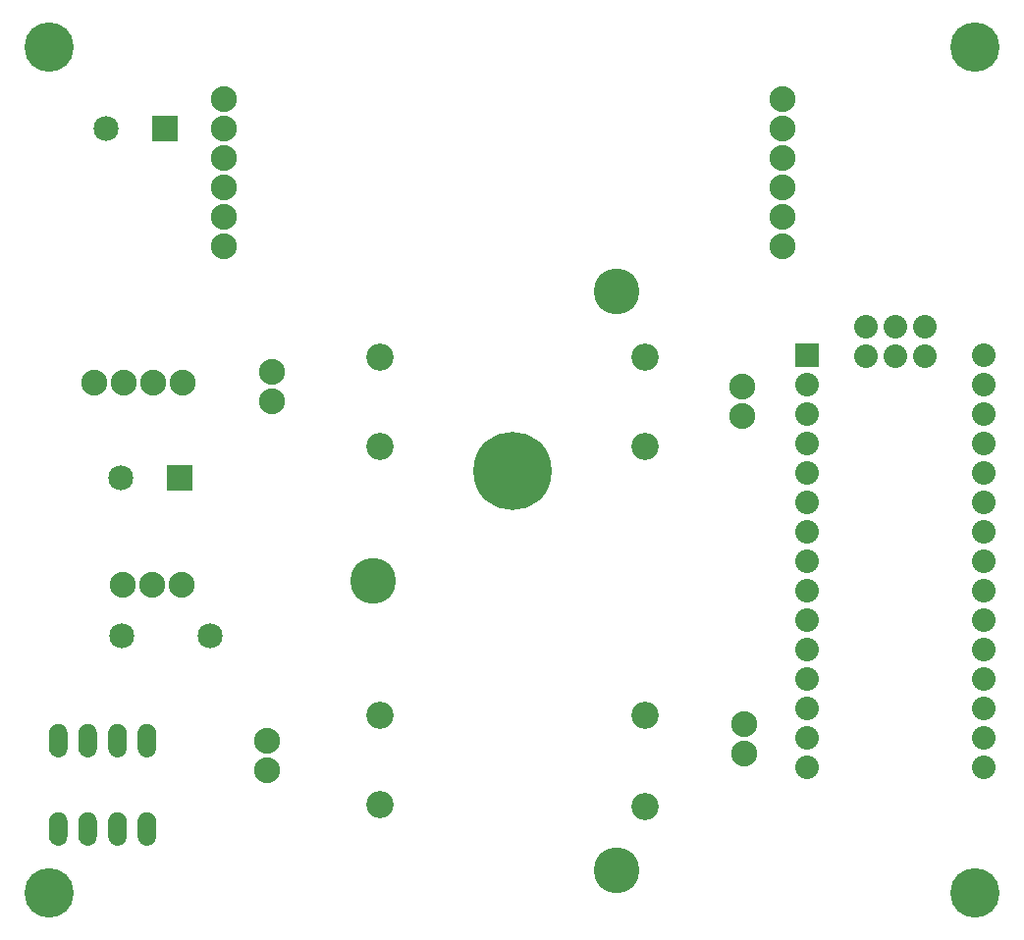
<source format=gts>
G04 MADE WITH FRITZING*
G04 WWW.FRITZING.ORG*
G04 DOUBLE SIDED*
G04 HOLES PLATED*
G04 CONTOUR ON CENTER OF CONTOUR VECTOR*
%ASAXBY*%
%FSLAX23Y23*%
%MOIN*%
%OFA0B0*%
%SFA1.0B1.0*%
%ADD10C,0.062000*%
%ADD11C,0.085000*%
%ADD12C,0.128110*%
%ADD13C,0.167480*%
%ADD14C,0.092677*%
%ADD15C,0.265905*%
%ADD16C,0.155669*%
%ADD17C,0.214724*%
%ADD18C,0.080000*%
%ADD19C,0.088000*%
%ADD20R,0.079958X0.080000*%
%ADD21R,0.085000X0.085000*%
%ADD22R,0.001000X0.001000*%
%LNMASK1*%
G90*
G70*
G54D10*
X431Y415D03*
X531Y415D03*
X531Y715D03*
X431Y715D03*
X431Y415D03*
X531Y415D03*
X531Y715D03*
X431Y715D03*
X230Y415D03*
X330Y415D03*
X330Y715D03*
X230Y715D03*
X230Y415D03*
X330Y415D03*
X330Y715D03*
X230Y715D03*
G54D11*
X744Y1072D03*
X444Y1072D03*
G54D12*
X1301Y1262D03*
X2127Y2244D03*
X2127Y276D03*
G54D13*
X198Y199D03*
X3343Y3073D03*
X198Y3073D03*
X3343Y199D03*
G54D14*
X1322Y2020D03*
X1322Y1717D03*
X2222Y1717D03*
X2222Y2020D03*
X2222Y491D03*
X2222Y802D03*
X1322Y802D03*
X1322Y499D03*
G54D15*
X1772Y1633D03*
G54D16*
X2126Y2244D03*
X1299Y1259D03*
X2126Y275D03*
G54D14*
X1322Y2020D03*
X1322Y1717D03*
X2222Y1717D03*
X2222Y2020D03*
X2222Y491D03*
X2222Y802D03*
X1322Y802D03*
X1322Y499D03*
G54D15*
X1772Y1633D03*
G54D16*
X2126Y2244D03*
X1299Y1259D03*
X2126Y275D03*
G54D17*
X1772Y1634D03*
G54D18*
X2772Y2027D03*
X2772Y1927D03*
X2772Y1827D03*
X2772Y1727D03*
X2772Y1627D03*
X2772Y1527D03*
X2772Y1427D03*
X2772Y1327D03*
X2772Y1227D03*
X2772Y1127D03*
X2772Y1027D03*
X2772Y927D03*
X2772Y827D03*
X2772Y727D03*
X2772Y627D03*
X3372Y2027D03*
X3372Y1927D03*
X3372Y1827D03*
X3372Y1727D03*
X3372Y1627D03*
X3372Y1527D03*
X3372Y1427D03*
X3372Y1327D03*
X3372Y1227D03*
X3372Y1127D03*
X3372Y1027D03*
X3372Y927D03*
X3372Y827D03*
X3372Y727D03*
X3372Y627D03*
X2972Y2122D03*
X2972Y2022D03*
X3072Y2122D03*
X3072Y2022D03*
X3172Y2122D03*
X3172Y2022D03*
G54D19*
X791Y2895D03*
X791Y2795D03*
X791Y2695D03*
X791Y2595D03*
X791Y2495D03*
X791Y2395D03*
X2689Y2895D03*
X2689Y2795D03*
X2689Y2695D03*
X2689Y2595D03*
X2689Y2495D03*
X2689Y2395D03*
X939Y617D03*
X939Y717D03*
X2559Y771D03*
X2559Y671D03*
X2552Y1919D03*
X2552Y1819D03*
X956Y1870D03*
X956Y1970D03*
X351Y1931D03*
X451Y1931D03*
X551Y1931D03*
X651Y1931D03*
X449Y1245D03*
X549Y1245D03*
X649Y1245D03*
G54D11*
X640Y1610D03*
X440Y1610D03*
X590Y2796D03*
X390Y2796D03*
G54D20*
X2772Y2027D03*
G54D21*
X640Y1610D03*
X590Y2796D03*
G54D22*
X224Y773D02*
X234Y773D01*
X324Y773D02*
X334Y773D01*
X426Y773D02*
X435Y773D01*
X526Y773D02*
X535Y773D01*
X220Y772D02*
X238Y772D01*
X320Y772D02*
X338Y772D01*
X422Y772D02*
X439Y772D01*
X522Y772D02*
X539Y772D01*
X218Y771D02*
X241Y771D01*
X318Y771D02*
X341Y771D01*
X419Y771D02*
X442Y771D01*
X519Y771D02*
X542Y771D01*
X216Y770D02*
X243Y770D01*
X316Y770D02*
X343Y770D01*
X417Y770D02*
X444Y770D01*
X517Y770D02*
X544Y770D01*
X214Y769D02*
X245Y769D01*
X314Y769D02*
X345Y769D01*
X415Y769D02*
X446Y769D01*
X515Y769D02*
X546Y769D01*
X212Y768D02*
X246Y768D01*
X312Y768D02*
X346Y768D01*
X413Y768D02*
X447Y768D01*
X513Y768D02*
X547Y768D01*
X211Y767D02*
X248Y767D01*
X311Y767D02*
X348Y767D01*
X412Y767D02*
X449Y767D01*
X512Y767D02*
X549Y767D01*
X209Y766D02*
X249Y766D01*
X309Y766D02*
X349Y766D01*
X411Y766D02*
X450Y766D01*
X511Y766D02*
X550Y766D01*
X208Y765D02*
X250Y765D01*
X308Y765D02*
X350Y765D01*
X410Y765D02*
X451Y765D01*
X510Y765D02*
X551Y765D01*
X207Y764D02*
X251Y764D01*
X307Y764D02*
X351Y764D01*
X409Y764D02*
X452Y764D01*
X509Y764D02*
X552Y764D01*
X206Y763D02*
X252Y763D01*
X306Y763D02*
X352Y763D01*
X408Y763D02*
X453Y763D01*
X508Y763D02*
X553Y763D01*
X206Y762D02*
X253Y762D01*
X306Y762D02*
X353Y762D01*
X407Y762D02*
X454Y762D01*
X507Y762D02*
X554Y762D01*
X205Y761D02*
X253Y761D01*
X305Y761D02*
X353Y761D01*
X406Y761D02*
X455Y761D01*
X506Y761D02*
X555Y761D01*
X204Y760D02*
X254Y760D01*
X304Y760D02*
X354Y760D01*
X405Y760D02*
X455Y760D01*
X505Y760D02*
X555Y760D01*
X204Y759D02*
X255Y759D01*
X304Y759D02*
X355Y759D01*
X405Y759D02*
X456Y759D01*
X505Y759D02*
X556Y759D01*
X203Y758D02*
X255Y758D01*
X303Y758D02*
X355Y758D01*
X404Y758D02*
X457Y758D01*
X504Y758D02*
X557Y758D01*
X202Y757D02*
X256Y757D01*
X302Y757D02*
X356Y757D01*
X404Y757D02*
X457Y757D01*
X504Y757D02*
X557Y757D01*
X202Y756D02*
X256Y756D01*
X302Y756D02*
X356Y756D01*
X403Y756D02*
X458Y756D01*
X503Y756D02*
X558Y756D01*
X201Y755D02*
X257Y755D01*
X301Y755D02*
X357Y755D01*
X403Y755D02*
X458Y755D01*
X503Y755D02*
X558Y755D01*
X201Y754D02*
X257Y754D01*
X301Y754D02*
X357Y754D01*
X402Y754D02*
X459Y754D01*
X502Y754D02*
X559Y754D01*
X201Y753D02*
X258Y753D01*
X301Y753D02*
X358Y753D01*
X402Y753D02*
X459Y753D01*
X502Y753D02*
X559Y753D01*
X200Y752D02*
X258Y752D01*
X300Y752D02*
X358Y752D01*
X402Y752D02*
X459Y752D01*
X502Y752D02*
X559Y752D01*
X200Y751D02*
X258Y751D01*
X300Y751D02*
X358Y751D01*
X401Y751D02*
X460Y751D01*
X501Y751D02*
X560Y751D01*
X200Y750D02*
X259Y750D01*
X300Y750D02*
X359Y750D01*
X401Y750D02*
X460Y750D01*
X501Y750D02*
X560Y750D01*
X199Y749D02*
X259Y749D01*
X299Y749D02*
X359Y749D01*
X401Y749D02*
X460Y749D01*
X501Y749D02*
X560Y749D01*
X199Y748D02*
X259Y748D01*
X299Y748D02*
X359Y748D01*
X400Y748D02*
X460Y748D01*
X500Y748D02*
X560Y748D01*
X199Y747D02*
X259Y747D01*
X299Y747D02*
X359Y747D01*
X400Y747D02*
X461Y747D01*
X500Y747D02*
X561Y747D01*
X199Y746D02*
X259Y746D01*
X299Y746D02*
X359Y746D01*
X400Y746D02*
X461Y746D01*
X500Y746D02*
X561Y746D01*
X199Y745D02*
X260Y745D01*
X299Y745D02*
X360Y745D01*
X400Y745D02*
X461Y745D01*
X500Y745D02*
X561Y745D01*
X199Y744D02*
X260Y744D01*
X299Y744D02*
X360Y744D01*
X400Y744D02*
X461Y744D01*
X500Y744D02*
X561Y744D01*
X199Y743D02*
X260Y743D01*
X299Y743D02*
X360Y743D01*
X400Y743D02*
X461Y743D01*
X500Y743D02*
X561Y743D01*
X199Y742D02*
X260Y742D01*
X299Y742D02*
X360Y742D01*
X400Y742D02*
X461Y742D01*
X500Y742D02*
X561Y742D01*
X199Y741D02*
X260Y741D01*
X299Y741D02*
X360Y741D01*
X400Y741D02*
X461Y741D01*
X500Y741D02*
X561Y741D01*
X199Y740D02*
X260Y740D01*
X299Y740D02*
X360Y740D01*
X400Y740D02*
X461Y740D01*
X500Y740D02*
X561Y740D01*
X199Y739D02*
X260Y739D01*
X299Y739D02*
X360Y739D01*
X400Y739D02*
X461Y739D01*
X500Y739D02*
X561Y739D01*
X199Y738D02*
X260Y738D01*
X299Y738D02*
X360Y738D01*
X400Y738D02*
X461Y738D01*
X500Y738D02*
X561Y738D01*
X199Y737D02*
X260Y737D01*
X299Y737D02*
X360Y737D01*
X400Y737D02*
X461Y737D01*
X500Y737D02*
X561Y737D01*
X199Y736D02*
X260Y736D01*
X299Y736D02*
X360Y736D01*
X400Y736D02*
X461Y736D01*
X500Y736D02*
X561Y736D01*
X199Y735D02*
X260Y735D01*
X299Y735D02*
X360Y735D01*
X400Y735D02*
X461Y735D01*
X500Y735D02*
X561Y735D01*
X199Y734D02*
X260Y734D01*
X299Y734D02*
X360Y734D01*
X400Y734D02*
X461Y734D01*
X500Y734D02*
X561Y734D01*
X199Y733D02*
X260Y733D01*
X299Y733D02*
X360Y733D01*
X400Y733D02*
X461Y733D01*
X500Y733D02*
X561Y733D01*
X199Y732D02*
X260Y732D01*
X299Y732D02*
X360Y732D01*
X400Y732D02*
X461Y732D01*
X500Y732D02*
X561Y732D01*
X199Y731D02*
X260Y731D01*
X299Y731D02*
X360Y731D01*
X400Y731D02*
X461Y731D01*
X500Y731D02*
X561Y731D01*
X199Y730D02*
X260Y730D01*
X299Y730D02*
X360Y730D01*
X400Y730D02*
X461Y730D01*
X500Y730D02*
X561Y730D01*
X199Y729D02*
X260Y729D01*
X299Y729D02*
X360Y729D01*
X400Y729D02*
X461Y729D01*
X500Y729D02*
X561Y729D01*
X199Y728D02*
X260Y728D01*
X299Y728D02*
X360Y728D01*
X400Y728D02*
X461Y728D01*
X500Y728D02*
X561Y728D01*
X199Y727D02*
X225Y727D01*
X233Y727D02*
X260Y727D01*
X299Y727D02*
X325Y727D01*
X333Y727D02*
X360Y727D01*
X400Y727D02*
X427Y727D01*
X434Y727D02*
X461Y727D01*
X500Y727D02*
X526Y727D01*
X534Y727D02*
X561Y727D01*
X199Y726D02*
X223Y726D01*
X235Y726D02*
X260Y726D01*
X299Y726D02*
X323Y726D01*
X335Y726D02*
X360Y726D01*
X400Y726D02*
X424Y726D01*
X437Y726D02*
X461Y726D01*
X500Y726D02*
X524Y726D01*
X537Y726D02*
X561Y726D01*
X199Y725D02*
X222Y725D01*
X237Y725D02*
X260Y725D01*
X299Y725D02*
X322Y725D01*
X337Y725D02*
X360Y725D01*
X400Y725D02*
X423Y725D01*
X438Y725D02*
X461Y725D01*
X500Y725D02*
X523Y725D01*
X538Y725D02*
X561Y725D01*
X199Y724D02*
X221Y724D01*
X238Y724D02*
X260Y724D01*
X299Y724D02*
X321Y724D01*
X338Y724D02*
X360Y724D01*
X400Y724D02*
X422Y724D01*
X439Y724D02*
X461Y724D01*
X500Y724D02*
X522Y724D01*
X539Y724D02*
X561Y724D01*
X199Y723D02*
X220Y723D01*
X239Y723D02*
X260Y723D01*
X299Y723D02*
X320Y723D01*
X339Y723D02*
X360Y723D01*
X400Y723D02*
X421Y723D01*
X440Y723D02*
X461Y723D01*
X500Y723D02*
X521Y723D01*
X540Y723D02*
X561Y723D01*
X199Y722D02*
X219Y722D01*
X239Y722D02*
X260Y722D01*
X299Y722D02*
X319Y722D01*
X339Y722D02*
X360Y722D01*
X400Y722D02*
X420Y722D01*
X441Y722D02*
X461Y722D01*
X500Y722D02*
X520Y722D01*
X540Y722D02*
X561Y722D01*
X199Y721D02*
X219Y721D01*
X240Y721D02*
X260Y721D01*
X299Y721D02*
X319Y721D01*
X340Y721D02*
X360Y721D01*
X400Y721D02*
X420Y721D01*
X441Y721D02*
X461Y721D01*
X500Y721D02*
X520Y721D01*
X541Y721D02*
X561Y721D01*
X199Y720D02*
X218Y720D01*
X240Y720D02*
X260Y720D01*
X299Y720D02*
X318Y720D01*
X340Y720D02*
X360Y720D01*
X400Y720D02*
X419Y720D01*
X441Y720D02*
X461Y720D01*
X500Y720D02*
X519Y720D01*
X541Y720D02*
X561Y720D01*
X199Y719D02*
X218Y719D01*
X240Y719D02*
X260Y719D01*
X299Y719D02*
X318Y719D01*
X340Y719D02*
X360Y719D01*
X400Y719D02*
X419Y719D01*
X442Y719D02*
X461Y719D01*
X500Y719D02*
X519Y719D01*
X542Y719D02*
X561Y719D01*
X199Y718D02*
X218Y718D01*
X241Y718D02*
X260Y718D01*
X299Y718D02*
X318Y718D01*
X341Y718D02*
X360Y718D01*
X400Y718D02*
X419Y718D01*
X442Y718D02*
X461Y718D01*
X500Y718D02*
X519Y718D01*
X542Y718D02*
X561Y718D01*
X199Y717D02*
X218Y717D01*
X241Y717D02*
X260Y717D01*
X299Y717D02*
X318Y717D01*
X341Y717D02*
X360Y717D01*
X400Y717D02*
X419Y717D01*
X442Y717D02*
X461Y717D01*
X500Y717D02*
X519Y717D01*
X542Y717D02*
X561Y717D01*
X199Y716D02*
X218Y716D01*
X241Y716D02*
X260Y716D01*
X299Y716D02*
X318Y716D01*
X341Y716D02*
X360Y716D01*
X400Y716D02*
X419Y716D01*
X442Y716D02*
X461Y716D01*
X500Y716D02*
X519Y716D01*
X542Y716D02*
X561Y716D01*
X199Y715D02*
X218Y715D01*
X241Y715D02*
X260Y715D01*
X299Y715D02*
X318Y715D01*
X341Y715D02*
X360Y715D01*
X400Y715D02*
X419Y715D01*
X442Y715D02*
X461Y715D01*
X500Y715D02*
X519Y715D01*
X542Y715D02*
X561Y715D01*
X199Y714D02*
X218Y714D01*
X240Y714D02*
X260Y714D01*
X299Y714D02*
X318Y714D01*
X340Y714D02*
X360Y714D01*
X400Y714D02*
X419Y714D01*
X442Y714D02*
X461Y714D01*
X500Y714D02*
X519Y714D01*
X542Y714D02*
X561Y714D01*
X199Y713D02*
X218Y713D01*
X240Y713D02*
X260Y713D01*
X299Y713D02*
X318Y713D01*
X340Y713D02*
X360Y713D01*
X400Y713D02*
X419Y713D01*
X441Y713D02*
X461Y713D01*
X500Y713D02*
X519Y713D01*
X541Y713D02*
X561Y713D01*
X199Y712D02*
X219Y712D01*
X240Y712D02*
X260Y712D01*
X299Y712D02*
X319Y712D01*
X340Y712D02*
X360Y712D01*
X400Y712D02*
X420Y712D01*
X441Y712D02*
X461Y712D01*
X500Y712D02*
X520Y712D01*
X541Y712D02*
X561Y712D01*
X199Y711D02*
X219Y711D01*
X239Y711D02*
X260Y711D01*
X299Y711D02*
X319Y711D01*
X339Y711D02*
X360Y711D01*
X400Y711D02*
X420Y711D01*
X440Y711D02*
X461Y711D01*
X500Y711D02*
X520Y711D01*
X540Y711D02*
X561Y711D01*
X199Y710D02*
X220Y710D01*
X238Y710D02*
X260Y710D01*
X299Y710D02*
X320Y710D01*
X338Y710D02*
X360Y710D01*
X400Y710D02*
X421Y710D01*
X440Y710D02*
X461Y710D01*
X500Y710D02*
X521Y710D01*
X540Y710D02*
X561Y710D01*
X199Y709D02*
X221Y709D01*
X238Y709D02*
X260Y709D01*
X299Y709D02*
X321Y709D01*
X338Y709D02*
X360Y709D01*
X400Y709D02*
X422Y709D01*
X439Y709D02*
X461Y709D01*
X500Y709D02*
X522Y709D01*
X539Y709D02*
X561Y709D01*
X199Y708D02*
X222Y708D01*
X237Y708D02*
X260Y708D01*
X299Y708D02*
X322Y708D01*
X337Y708D02*
X360Y708D01*
X400Y708D02*
X423Y708D01*
X438Y708D02*
X461Y708D01*
X500Y708D02*
X523Y708D01*
X538Y708D02*
X561Y708D01*
X199Y707D02*
X223Y707D01*
X235Y707D02*
X260Y707D01*
X299Y707D02*
X323Y707D01*
X335Y707D02*
X360Y707D01*
X400Y707D02*
X424Y707D01*
X436Y707D02*
X461Y707D01*
X500Y707D02*
X524Y707D01*
X536Y707D02*
X561Y707D01*
X199Y706D02*
X225Y706D01*
X233Y706D02*
X260Y706D01*
X299Y706D02*
X325Y706D01*
X333Y706D02*
X360Y706D01*
X400Y706D02*
X427Y706D01*
X434Y706D02*
X461Y706D01*
X500Y706D02*
X527Y706D01*
X534Y706D02*
X561Y706D01*
X199Y705D02*
X260Y705D01*
X299Y705D02*
X360Y705D01*
X400Y705D02*
X461Y705D01*
X500Y705D02*
X561Y705D01*
X199Y704D02*
X260Y704D01*
X299Y704D02*
X360Y704D01*
X400Y704D02*
X461Y704D01*
X500Y704D02*
X561Y704D01*
X199Y703D02*
X260Y703D01*
X299Y703D02*
X360Y703D01*
X400Y703D02*
X461Y703D01*
X500Y703D02*
X561Y703D01*
X199Y702D02*
X260Y702D01*
X299Y702D02*
X360Y702D01*
X400Y702D02*
X461Y702D01*
X500Y702D02*
X561Y702D01*
X199Y701D02*
X260Y701D01*
X299Y701D02*
X360Y701D01*
X400Y701D02*
X461Y701D01*
X500Y701D02*
X561Y701D01*
X199Y700D02*
X260Y700D01*
X299Y700D02*
X360Y700D01*
X400Y700D02*
X461Y700D01*
X500Y700D02*
X561Y700D01*
X199Y699D02*
X260Y699D01*
X299Y699D02*
X360Y699D01*
X400Y699D02*
X461Y699D01*
X500Y699D02*
X561Y699D01*
X199Y698D02*
X260Y698D01*
X299Y698D02*
X360Y698D01*
X400Y698D02*
X461Y698D01*
X500Y698D02*
X561Y698D01*
X199Y697D02*
X260Y697D01*
X299Y697D02*
X360Y697D01*
X400Y697D02*
X461Y697D01*
X500Y697D02*
X561Y697D01*
X199Y696D02*
X260Y696D01*
X299Y696D02*
X360Y696D01*
X400Y696D02*
X461Y696D01*
X500Y696D02*
X561Y696D01*
X199Y695D02*
X260Y695D01*
X299Y695D02*
X360Y695D01*
X400Y695D02*
X461Y695D01*
X500Y695D02*
X561Y695D01*
X199Y694D02*
X260Y694D01*
X299Y694D02*
X360Y694D01*
X400Y694D02*
X461Y694D01*
X500Y694D02*
X561Y694D01*
X199Y693D02*
X260Y693D01*
X299Y693D02*
X360Y693D01*
X400Y693D02*
X461Y693D01*
X500Y693D02*
X561Y693D01*
X199Y692D02*
X260Y692D01*
X299Y692D02*
X360Y692D01*
X400Y692D02*
X461Y692D01*
X500Y692D02*
X561Y692D01*
X199Y691D02*
X260Y691D01*
X299Y691D02*
X360Y691D01*
X400Y691D02*
X461Y691D01*
X500Y691D02*
X561Y691D01*
X199Y690D02*
X260Y690D01*
X299Y690D02*
X360Y690D01*
X400Y690D02*
X461Y690D01*
X500Y690D02*
X561Y690D01*
X199Y689D02*
X260Y689D01*
X299Y689D02*
X360Y689D01*
X400Y689D02*
X461Y689D01*
X500Y689D02*
X561Y689D01*
X199Y688D02*
X260Y688D01*
X299Y688D02*
X360Y688D01*
X400Y688D02*
X461Y688D01*
X500Y688D02*
X561Y688D01*
X199Y687D02*
X259Y687D01*
X299Y687D02*
X359Y687D01*
X400Y687D02*
X461Y687D01*
X500Y687D02*
X561Y687D01*
X199Y686D02*
X259Y686D01*
X299Y686D02*
X359Y686D01*
X400Y686D02*
X461Y686D01*
X500Y686D02*
X561Y686D01*
X199Y685D02*
X259Y685D01*
X299Y685D02*
X359Y685D01*
X401Y685D02*
X460Y685D01*
X501Y685D02*
X560Y685D01*
X199Y684D02*
X259Y684D01*
X299Y684D02*
X359Y684D01*
X401Y684D02*
X460Y684D01*
X501Y684D02*
X560Y684D01*
X200Y683D02*
X259Y683D01*
X300Y683D02*
X359Y683D01*
X401Y683D02*
X460Y683D01*
X501Y683D02*
X560Y683D01*
X200Y682D02*
X258Y682D01*
X300Y682D02*
X358Y682D01*
X401Y682D02*
X460Y682D01*
X501Y682D02*
X560Y682D01*
X200Y681D02*
X258Y681D01*
X300Y681D02*
X358Y681D01*
X402Y681D02*
X459Y681D01*
X502Y681D02*
X559Y681D01*
X201Y680D02*
X258Y680D01*
X301Y680D02*
X358Y680D01*
X402Y680D02*
X459Y680D01*
X502Y680D02*
X559Y680D01*
X201Y679D02*
X257Y679D01*
X301Y679D02*
X357Y679D01*
X402Y679D02*
X459Y679D01*
X502Y679D02*
X559Y679D01*
X201Y678D02*
X257Y678D01*
X301Y678D02*
X357Y678D01*
X403Y678D02*
X458Y678D01*
X503Y678D02*
X558Y678D01*
X202Y677D02*
X256Y677D01*
X302Y677D02*
X356Y677D01*
X403Y677D02*
X458Y677D01*
X503Y677D02*
X558Y677D01*
X202Y676D02*
X256Y676D01*
X302Y676D02*
X356Y676D01*
X404Y676D02*
X457Y676D01*
X504Y676D02*
X557Y676D01*
X203Y675D02*
X255Y675D01*
X303Y675D02*
X355Y675D01*
X404Y675D02*
X457Y675D01*
X504Y675D02*
X557Y675D01*
X204Y674D02*
X255Y674D01*
X304Y674D02*
X355Y674D01*
X405Y674D02*
X456Y674D01*
X505Y674D02*
X556Y674D01*
X204Y673D02*
X254Y673D01*
X304Y673D02*
X354Y673D01*
X405Y673D02*
X455Y673D01*
X505Y673D02*
X555Y673D01*
X205Y672D02*
X253Y672D01*
X305Y672D02*
X353Y672D01*
X406Y672D02*
X455Y672D01*
X506Y672D02*
X555Y672D01*
X206Y671D02*
X253Y671D01*
X306Y671D02*
X353Y671D01*
X407Y671D02*
X454Y671D01*
X507Y671D02*
X554Y671D01*
X206Y670D02*
X252Y670D01*
X306Y670D02*
X352Y670D01*
X408Y670D02*
X453Y670D01*
X508Y670D02*
X553Y670D01*
X207Y669D02*
X251Y669D01*
X307Y669D02*
X351Y669D01*
X409Y669D02*
X452Y669D01*
X509Y669D02*
X552Y669D01*
X208Y668D02*
X250Y668D01*
X308Y668D02*
X350Y668D01*
X410Y668D02*
X451Y668D01*
X510Y668D02*
X551Y668D01*
X210Y667D02*
X249Y667D01*
X310Y667D02*
X349Y667D01*
X411Y667D02*
X450Y667D01*
X511Y667D02*
X550Y667D01*
X211Y666D02*
X247Y666D01*
X311Y666D02*
X347Y666D01*
X412Y666D02*
X449Y666D01*
X512Y666D02*
X549Y666D01*
X212Y665D02*
X246Y665D01*
X312Y665D02*
X346Y665D01*
X413Y665D02*
X447Y665D01*
X513Y665D02*
X547Y665D01*
X214Y664D02*
X244Y664D01*
X314Y664D02*
X344Y664D01*
X415Y664D02*
X446Y664D01*
X515Y664D02*
X546Y664D01*
X216Y663D02*
X243Y663D01*
X316Y663D02*
X343Y663D01*
X417Y663D02*
X444Y663D01*
X517Y663D02*
X544Y663D01*
X218Y662D02*
X241Y662D01*
X318Y662D02*
X341Y662D01*
X419Y662D02*
X442Y662D01*
X519Y662D02*
X542Y662D01*
X221Y661D02*
X238Y661D01*
X321Y661D02*
X338Y661D01*
X422Y661D02*
X439Y661D01*
X522Y661D02*
X539Y661D01*
X225Y660D02*
X234Y660D01*
X325Y660D02*
X334Y660D01*
X426Y660D02*
X435Y660D01*
X526Y660D02*
X535Y660D01*
X224Y473D02*
X234Y473D01*
X324Y473D02*
X334Y473D01*
X425Y473D02*
X436Y473D01*
X525Y473D02*
X536Y473D01*
X220Y472D02*
X238Y472D01*
X320Y472D02*
X338Y472D01*
X421Y472D02*
X439Y472D01*
X521Y472D02*
X539Y472D01*
X218Y471D02*
X241Y471D01*
X318Y471D02*
X341Y471D01*
X419Y471D02*
X442Y471D01*
X519Y471D02*
X542Y471D01*
X215Y470D02*
X243Y470D01*
X315Y470D02*
X343Y470D01*
X417Y470D02*
X444Y470D01*
X517Y470D02*
X544Y470D01*
X214Y469D02*
X245Y469D01*
X314Y469D02*
X345Y469D01*
X415Y469D02*
X446Y469D01*
X515Y469D02*
X546Y469D01*
X212Y468D02*
X246Y468D01*
X312Y468D02*
X346Y468D01*
X413Y468D02*
X448Y468D01*
X513Y468D02*
X548Y468D01*
X211Y467D02*
X248Y467D01*
X311Y467D02*
X348Y467D01*
X412Y467D02*
X449Y467D01*
X512Y467D02*
X549Y467D01*
X209Y466D02*
X249Y466D01*
X309Y466D02*
X349Y466D01*
X411Y466D02*
X450Y466D01*
X511Y466D02*
X550Y466D01*
X208Y465D02*
X250Y465D01*
X308Y465D02*
X350Y465D01*
X410Y465D02*
X451Y465D01*
X510Y465D02*
X551Y465D01*
X207Y464D02*
X251Y464D01*
X307Y464D02*
X351Y464D01*
X409Y464D02*
X452Y464D01*
X509Y464D02*
X552Y464D01*
X206Y463D02*
X252Y463D01*
X306Y463D02*
X352Y463D01*
X408Y463D02*
X453Y463D01*
X508Y463D02*
X553Y463D01*
X206Y462D02*
X253Y462D01*
X306Y462D02*
X353Y462D01*
X407Y462D02*
X454Y462D01*
X507Y462D02*
X554Y462D01*
X205Y461D02*
X253Y461D01*
X305Y461D02*
X353Y461D01*
X406Y461D02*
X455Y461D01*
X506Y461D02*
X555Y461D01*
X204Y460D02*
X254Y460D01*
X304Y460D02*
X354Y460D01*
X405Y460D02*
X455Y460D01*
X505Y460D02*
X555Y460D01*
X203Y459D02*
X255Y459D01*
X303Y459D02*
X355Y459D01*
X405Y459D02*
X456Y459D01*
X505Y459D02*
X556Y459D01*
X203Y458D02*
X255Y458D01*
X303Y458D02*
X355Y458D01*
X404Y458D02*
X457Y458D01*
X504Y458D02*
X557Y458D01*
X202Y457D02*
X256Y457D01*
X302Y457D02*
X356Y457D01*
X404Y457D02*
X457Y457D01*
X504Y457D02*
X557Y457D01*
X202Y456D02*
X256Y456D01*
X302Y456D02*
X356Y456D01*
X403Y456D02*
X458Y456D01*
X503Y456D02*
X558Y456D01*
X201Y455D02*
X257Y455D01*
X301Y455D02*
X357Y455D01*
X403Y455D02*
X458Y455D01*
X503Y455D02*
X558Y455D01*
X201Y454D02*
X257Y454D01*
X301Y454D02*
X357Y454D01*
X402Y454D02*
X459Y454D01*
X502Y454D02*
X559Y454D01*
X201Y453D02*
X258Y453D01*
X301Y453D02*
X358Y453D01*
X402Y453D02*
X459Y453D01*
X502Y453D02*
X559Y453D01*
X200Y452D02*
X258Y452D01*
X300Y452D02*
X358Y452D01*
X402Y452D02*
X459Y452D01*
X501Y452D02*
X559Y452D01*
X200Y451D02*
X258Y451D01*
X300Y451D02*
X358Y451D01*
X401Y451D02*
X460Y451D01*
X501Y451D02*
X560Y451D01*
X200Y450D02*
X259Y450D01*
X300Y450D02*
X359Y450D01*
X401Y450D02*
X460Y450D01*
X501Y450D02*
X560Y450D01*
X199Y449D02*
X259Y449D01*
X299Y449D02*
X359Y449D01*
X401Y449D02*
X460Y449D01*
X501Y449D02*
X560Y449D01*
X199Y448D02*
X259Y448D01*
X299Y448D02*
X359Y448D01*
X400Y448D02*
X460Y448D01*
X500Y448D02*
X560Y448D01*
X199Y447D02*
X259Y447D01*
X299Y447D02*
X359Y447D01*
X400Y447D02*
X461Y447D01*
X500Y447D02*
X561Y447D01*
X199Y446D02*
X259Y446D01*
X299Y446D02*
X359Y446D01*
X400Y446D02*
X461Y446D01*
X500Y446D02*
X561Y446D01*
X199Y445D02*
X260Y445D01*
X299Y445D02*
X360Y445D01*
X400Y445D02*
X461Y445D01*
X500Y445D02*
X561Y445D01*
X199Y444D02*
X260Y444D01*
X299Y444D02*
X360Y444D01*
X400Y444D02*
X461Y444D01*
X500Y444D02*
X561Y444D01*
X199Y443D02*
X260Y443D01*
X299Y443D02*
X360Y443D01*
X400Y443D02*
X461Y443D01*
X500Y443D02*
X561Y443D01*
X199Y442D02*
X260Y442D01*
X299Y442D02*
X360Y442D01*
X400Y442D02*
X461Y442D01*
X500Y442D02*
X561Y442D01*
X199Y441D02*
X260Y441D01*
X299Y441D02*
X360Y441D01*
X400Y441D02*
X461Y441D01*
X500Y441D02*
X561Y441D01*
X199Y440D02*
X260Y440D01*
X299Y440D02*
X360Y440D01*
X400Y440D02*
X461Y440D01*
X500Y440D02*
X561Y440D01*
X199Y439D02*
X260Y439D01*
X299Y439D02*
X360Y439D01*
X400Y439D02*
X461Y439D01*
X500Y439D02*
X561Y439D01*
X199Y438D02*
X260Y438D01*
X299Y438D02*
X360Y438D01*
X400Y438D02*
X461Y438D01*
X500Y438D02*
X561Y438D01*
X199Y437D02*
X260Y437D01*
X299Y437D02*
X360Y437D01*
X400Y437D02*
X461Y437D01*
X500Y437D02*
X561Y437D01*
X199Y436D02*
X260Y436D01*
X299Y436D02*
X360Y436D01*
X400Y436D02*
X461Y436D01*
X500Y436D02*
X561Y436D01*
X199Y435D02*
X260Y435D01*
X299Y435D02*
X360Y435D01*
X400Y435D02*
X461Y435D01*
X500Y435D02*
X561Y435D01*
X199Y434D02*
X260Y434D01*
X299Y434D02*
X360Y434D01*
X400Y434D02*
X461Y434D01*
X500Y434D02*
X561Y434D01*
X199Y433D02*
X260Y433D01*
X299Y433D02*
X360Y433D01*
X400Y433D02*
X461Y433D01*
X500Y433D02*
X561Y433D01*
X199Y432D02*
X260Y432D01*
X299Y432D02*
X360Y432D01*
X400Y432D02*
X461Y432D01*
X500Y432D02*
X561Y432D01*
X199Y431D02*
X260Y431D01*
X299Y431D02*
X360Y431D01*
X400Y431D02*
X461Y431D01*
X500Y431D02*
X561Y431D01*
X199Y430D02*
X260Y430D01*
X299Y430D02*
X360Y430D01*
X400Y430D02*
X461Y430D01*
X500Y430D02*
X561Y430D01*
X199Y429D02*
X260Y429D01*
X299Y429D02*
X360Y429D01*
X400Y429D02*
X461Y429D01*
X500Y429D02*
X561Y429D01*
X199Y428D02*
X260Y428D01*
X299Y428D02*
X360Y428D01*
X400Y428D02*
X461Y428D01*
X500Y428D02*
X561Y428D01*
X199Y427D02*
X225Y427D01*
X233Y427D02*
X260Y427D01*
X299Y427D02*
X325Y427D01*
X333Y427D02*
X360Y427D01*
X400Y427D02*
X426Y427D01*
X435Y427D02*
X461Y427D01*
X500Y427D02*
X526Y427D01*
X535Y427D02*
X561Y427D01*
X199Y426D02*
X223Y426D01*
X235Y426D02*
X260Y426D01*
X299Y426D02*
X323Y426D01*
X335Y426D02*
X360Y426D01*
X400Y426D02*
X424Y426D01*
X437Y426D02*
X461Y426D01*
X500Y426D02*
X524Y426D01*
X537Y426D02*
X561Y426D01*
X199Y425D02*
X222Y425D01*
X237Y425D02*
X260Y425D01*
X299Y425D02*
X322Y425D01*
X337Y425D02*
X360Y425D01*
X400Y425D02*
X423Y425D01*
X438Y425D02*
X461Y425D01*
X500Y425D02*
X523Y425D01*
X538Y425D02*
X561Y425D01*
X199Y424D02*
X221Y424D01*
X238Y424D02*
X260Y424D01*
X299Y424D02*
X321Y424D01*
X338Y424D02*
X360Y424D01*
X400Y424D02*
X422Y424D01*
X439Y424D02*
X461Y424D01*
X500Y424D02*
X522Y424D01*
X539Y424D02*
X561Y424D01*
X199Y423D02*
X220Y423D01*
X239Y423D02*
X260Y423D01*
X299Y423D02*
X320Y423D01*
X339Y423D02*
X360Y423D01*
X400Y423D02*
X421Y423D01*
X440Y423D02*
X461Y423D01*
X500Y423D02*
X521Y423D01*
X540Y423D02*
X561Y423D01*
X199Y422D02*
X219Y422D01*
X239Y422D02*
X260Y422D01*
X299Y422D02*
X319Y422D01*
X339Y422D02*
X360Y422D01*
X400Y422D02*
X420Y422D01*
X441Y422D02*
X461Y422D01*
X500Y422D02*
X520Y422D01*
X541Y422D02*
X561Y422D01*
X199Y421D02*
X219Y421D01*
X240Y421D02*
X260Y421D01*
X299Y421D02*
X318Y421D01*
X340Y421D02*
X360Y421D01*
X400Y421D02*
X420Y421D01*
X441Y421D02*
X461Y421D01*
X500Y421D02*
X520Y421D01*
X541Y421D02*
X561Y421D01*
X199Y420D02*
X218Y420D01*
X240Y420D02*
X260Y420D01*
X299Y420D02*
X318Y420D01*
X340Y420D02*
X360Y420D01*
X400Y420D02*
X419Y420D01*
X441Y420D02*
X461Y420D01*
X500Y420D02*
X519Y420D01*
X541Y420D02*
X561Y420D01*
X199Y419D02*
X218Y419D01*
X240Y419D02*
X260Y419D01*
X299Y419D02*
X318Y419D01*
X340Y419D02*
X360Y419D01*
X400Y419D02*
X419Y419D01*
X442Y419D02*
X461Y419D01*
X500Y419D02*
X519Y419D01*
X542Y419D02*
X561Y419D01*
X199Y418D02*
X218Y418D01*
X241Y418D02*
X260Y418D01*
X299Y418D02*
X318Y418D01*
X341Y418D02*
X360Y418D01*
X400Y418D02*
X419Y418D01*
X442Y418D02*
X461Y418D01*
X500Y418D02*
X519Y418D01*
X542Y418D02*
X561Y418D01*
X199Y417D02*
X218Y417D01*
X241Y417D02*
X260Y417D01*
X299Y417D02*
X318Y417D01*
X341Y417D02*
X360Y417D01*
X400Y417D02*
X419Y417D01*
X442Y417D02*
X461Y417D01*
X500Y417D02*
X519Y417D01*
X542Y417D02*
X561Y417D01*
X199Y416D02*
X218Y416D01*
X241Y416D02*
X260Y416D01*
X299Y416D02*
X318Y416D01*
X341Y416D02*
X360Y416D01*
X400Y416D02*
X419Y416D01*
X442Y416D02*
X461Y416D01*
X500Y416D02*
X519Y416D01*
X542Y416D02*
X561Y416D01*
X199Y415D02*
X218Y415D01*
X241Y415D02*
X260Y415D01*
X299Y415D02*
X318Y415D01*
X341Y415D02*
X360Y415D01*
X400Y415D02*
X419Y415D01*
X442Y415D02*
X461Y415D01*
X500Y415D02*
X519Y415D01*
X542Y415D02*
X561Y415D01*
X199Y414D02*
X218Y414D01*
X240Y414D02*
X260Y414D01*
X299Y414D02*
X318Y414D01*
X340Y414D02*
X360Y414D01*
X400Y414D02*
X419Y414D01*
X442Y414D02*
X461Y414D01*
X500Y414D02*
X519Y414D01*
X542Y414D02*
X561Y414D01*
X199Y413D02*
X218Y413D01*
X240Y413D02*
X260Y413D01*
X299Y413D02*
X318Y413D01*
X340Y413D02*
X360Y413D01*
X400Y413D02*
X420Y413D01*
X441Y413D02*
X461Y413D01*
X500Y413D02*
X519Y413D01*
X541Y413D02*
X561Y413D01*
X199Y412D02*
X219Y412D01*
X240Y412D02*
X260Y412D01*
X299Y412D02*
X319Y412D01*
X340Y412D02*
X360Y412D01*
X400Y412D02*
X420Y412D01*
X441Y412D02*
X461Y412D01*
X500Y412D02*
X520Y412D01*
X541Y412D02*
X561Y412D01*
X199Y411D02*
X219Y411D01*
X239Y411D02*
X260Y411D01*
X299Y411D02*
X319Y411D01*
X339Y411D02*
X360Y411D01*
X400Y411D02*
X420Y411D01*
X440Y411D02*
X461Y411D01*
X500Y411D02*
X520Y411D01*
X540Y411D02*
X561Y411D01*
X199Y410D02*
X220Y410D01*
X238Y410D02*
X260Y410D01*
X299Y410D02*
X320Y410D01*
X338Y410D02*
X360Y410D01*
X400Y410D02*
X421Y410D01*
X440Y410D02*
X461Y410D01*
X500Y410D02*
X521Y410D01*
X540Y410D02*
X561Y410D01*
X199Y409D02*
X221Y409D01*
X238Y409D02*
X260Y409D01*
X299Y409D02*
X321Y409D01*
X338Y409D02*
X360Y409D01*
X400Y409D02*
X422Y409D01*
X439Y409D02*
X461Y409D01*
X500Y409D02*
X522Y409D01*
X539Y409D02*
X561Y409D01*
X199Y408D02*
X222Y408D01*
X236Y408D02*
X260Y408D01*
X299Y408D02*
X322Y408D01*
X336Y408D02*
X360Y408D01*
X400Y408D02*
X423Y408D01*
X438Y408D02*
X461Y408D01*
X500Y408D02*
X523Y408D01*
X538Y408D02*
X561Y408D01*
X199Y407D02*
X223Y407D01*
X235Y407D02*
X260Y407D01*
X299Y407D02*
X323Y407D01*
X335Y407D02*
X360Y407D01*
X400Y407D02*
X425Y407D01*
X436Y407D02*
X461Y407D01*
X500Y407D02*
X524Y407D01*
X536Y407D02*
X561Y407D01*
X199Y406D02*
X226Y406D01*
X233Y406D02*
X260Y406D01*
X299Y406D02*
X326Y406D01*
X333Y406D02*
X360Y406D01*
X400Y406D02*
X427Y406D01*
X434Y406D02*
X461Y406D01*
X500Y406D02*
X527Y406D01*
X534Y406D02*
X561Y406D01*
X199Y405D02*
X260Y405D01*
X299Y405D02*
X360Y405D01*
X400Y405D02*
X461Y405D01*
X500Y405D02*
X561Y405D01*
X199Y404D02*
X260Y404D01*
X299Y404D02*
X360Y404D01*
X400Y404D02*
X461Y404D01*
X500Y404D02*
X561Y404D01*
X199Y403D02*
X260Y403D01*
X299Y403D02*
X360Y403D01*
X400Y403D02*
X461Y403D01*
X500Y403D02*
X561Y403D01*
X199Y402D02*
X260Y402D01*
X299Y402D02*
X360Y402D01*
X400Y402D02*
X461Y402D01*
X500Y402D02*
X561Y402D01*
X199Y401D02*
X260Y401D01*
X299Y401D02*
X360Y401D01*
X400Y401D02*
X461Y401D01*
X500Y401D02*
X561Y401D01*
X199Y400D02*
X260Y400D01*
X299Y400D02*
X360Y400D01*
X400Y400D02*
X461Y400D01*
X500Y400D02*
X561Y400D01*
X199Y399D02*
X260Y399D01*
X299Y399D02*
X360Y399D01*
X400Y399D02*
X461Y399D01*
X500Y399D02*
X561Y399D01*
X199Y398D02*
X260Y398D01*
X299Y398D02*
X360Y398D01*
X400Y398D02*
X461Y398D01*
X500Y398D02*
X561Y398D01*
X199Y397D02*
X260Y397D01*
X299Y397D02*
X360Y397D01*
X400Y397D02*
X461Y397D01*
X500Y397D02*
X561Y397D01*
X199Y396D02*
X260Y396D01*
X299Y396D02*
X360Y396D01*
X400Y396D02*
X461Y396D01*
X500Y396D02*
X561Y396D01*
X199Y395D02*
X260Y395D01*
X299Y395D02*
X360Y395D01*
X400Y395D02*
X461Y395D01*
X500Y395D02*
X561Y395D01*
X199Y394D02*
X260Y394D01*
X299Y394D02*
X360Y394D01*
X400Y394D02*
X461Y394D01*
X500Y394D02*
X561Y394D01*
X199Y393D02*
X260Y393D01*
X299Y393D02*
X360Y393D01*
X400Y393D02*
X461Y393D01*
X500Y393D02*
X561Y393D01*
X199Y392D02*
X260Y392D01*
X299Y392D02*
X360Y392D01*
X400Y392D02*
X461Y392D01*
X500Y392D02*
X561Y392D01*
X199Y391D02*
X260Y391D01*
X299Y391D02*
X360Y391D01*
X400Y391D02*
X461Y391D01*
X500Y391D02*
X561Y391D01*
X199Y390D02*
X260Y390D01*
X299Y390D02*
X360Y390D01*
X400Y390D02*
X461Y390D01*
X500Y390D02*
X561Y390D01*
X199Y389D02*
X260Y389D01*
X299Y389D02*
X360Y389D01*
X400Y389D02*
X461Y389D01*
X500Y389D02*
X561Y389D01*
X199Y388D02*
X259Y388D01*
X299Y388D02*
X359Y388D01*
X400Y388D02*
X461Y388D01*
X500Y388D02*
X561Y388D01*
X199Y387D02*
X259Y387D01*
X299Y387D02*
X359Y387D01*
X400Y387D02*
X461Y387D01*
X500Y387D02*
X561Y387D01*
X199Y386D02*
X259Y386D01*
X299Y386D02*
X359Y386D01*
X400Y386D02*
X461Y386D01*
X500Y386D02*
X561Y386D01*
X199Y385D02*
X259Y385D01*
X299Y385D02*
X359Y385D01*
X401Y385D02*
X460Y385D01*
X501Y385D02*
X560Y385D01*
X199Y384D02*
X259Y384D01*
X299Y384D02*
X359Y384D01*
X401Y384D02*
X460Y384D01*
X501Y384D02*
X560Y384D01*
X200Y383D02*
X259Y383D01*
X300Y383D02*
X359Y383D01*
X401Y383D02*
X460Y383D01*
X501Y383D02*
X560Y383D01*
X200Y382D02*
X258Y382D01*
X300Y382D02*
X358Y382D01*
X401Y382D02*
X460Y382D01*
X501Y382D02*
X560Y382D01*
X200Y381D02*
X258Y381D01*
X300Y381D02*
X358Y381D01*
X402Y381D02*
X459Y381D01*
X502Y381D02*
X559Y381D01*
X201Y380D02*
X258Y380D01*
X301Y380D02*
X358Y380D01*
X402Y380D02*
X459Y380D01*
X502Y380D02*
X559Y380D01*
X201Y379D02*
X257Y379D01*
X301Y379D02*
X357Y379D01*
X402Y379D02*
X459Y379D01*
X502Y379D02*
X559Y379D01*
X201Y378D02*
X257Y378D01*
X301Y378D02*
X357Y378D01*
X403Y378D02*
X458Y378D01*
X503Y378D02*
X558Y378D01*
X202Y377D02*
X256Y377D01*
X302Y377D02*
X356Y377D01*
X403Y377D02*
X458Y377D01*
X503Y377D02*
X558Y377D01*
X202Y376D02*
X256Y376D01*
X302Y376D02*
X356Y376D01*
X404Y376D02*
X457Y376D01*
X504Y376D02*
X557Y376D01*
X203Y375D02*
X255Y375D01*
X303Y375D02*
X355Y375D01*
X404Y375D02*
X457Y375D01*
X504Y375D02*
X557Y375D01*
X204Y374D02*
X255Y374D01*
X304Y374D02*
X355Y374D01*
X405Y374D02*
X456Y374D01*
X505Y374D02*
X556Y374D01*
X204Y373D02*
X254Y373D01*
X304Y373D02*
X354Y373D01*
X405Y373D02*
X455Y373D01*
X505Y373D02*
X555Y373D01*
X205Y372D02*
X253Y372D01*
X305Y372D02*
X353Y372D01*
X406Y372D02*
X455Y372D01*
X506Y372D02*
X555Y372D01*
X206Y371D02*
X253Y371D01*
X306Y371D02*
X353Y371D01*
X407Y371D02*
X454Y371D01*
X507Y371D02*
X554Y371D01*
X207Y370D02*
X252Y370D01*
X307Y370D02*
X352Y370D01*
X408Y370D02*
X453Y370D01*
X508Y370D02*
X553Y370D01*
X207Y369D02*
X251Y369D01*
X307Y369D02*
X351Y369D01*
X409Y369D02*
X452Y369D01*
X509Y369D02*
X552Y369D01*
X208Y368D02*
X250Y368D01*
X308Y368D02*
X350Y368D01*
X410Y368D02*
X451Y368D01*
X510Y368D02*
X551Y368D01*
X210Y367D02*
X249Y367D01*
X310Y367D02*
X349Y367D01*
X411Y367D02*
X450Y367D01*
X511Y367D02*
X550Y367D01*
X211Y366D02*
X247Y366D01*
X311Y366D02*
X347Y366D01*
X412Y366D02*
X449Y366D01*
X512Y366D02*
X549Y366D01*
X212Y365D02*
X246Y365D01*
X312Y365D02*
X346Y365D01*
X414Y365D02*
X447Y365D01*
X514Y365D02*
X547Y365D01*
X214Y364D02*
X244Y364D01*
X314Y364D02*
X344Y364D01*
X415Y364D02*
X446Y364D01*
X515Y364D02*
X546Y364D01*
X216Y363D02*
X243Y363D01*
X316Y363D02*
X343Y363D01*
X417Y363D02*
X444Y363D01*
X517Y363D02*
X544Y363D01*
X218Y362D02*
X240Y362D01*
X318Y362D02*
X340Y362D01*
X419Y362D02*
X442Y362D01*
X519Y362D02*
X542Y362D01*
X221Y361D02*
X238Y361D01*
X321Y361D02*
X338Y361D01*
X422Y361D02*
X439Y361D01*
X522Y361D02*
X539Y361D01*
X225Y360D02*
X233Y360D01*
X325Y360D02*
X333Y360D01*
X426Y360D02*
X434Y360D01*
X526Y360D02*
X534Y360D01*
D02*
G04 End of Mask1*
M02*
</source>
